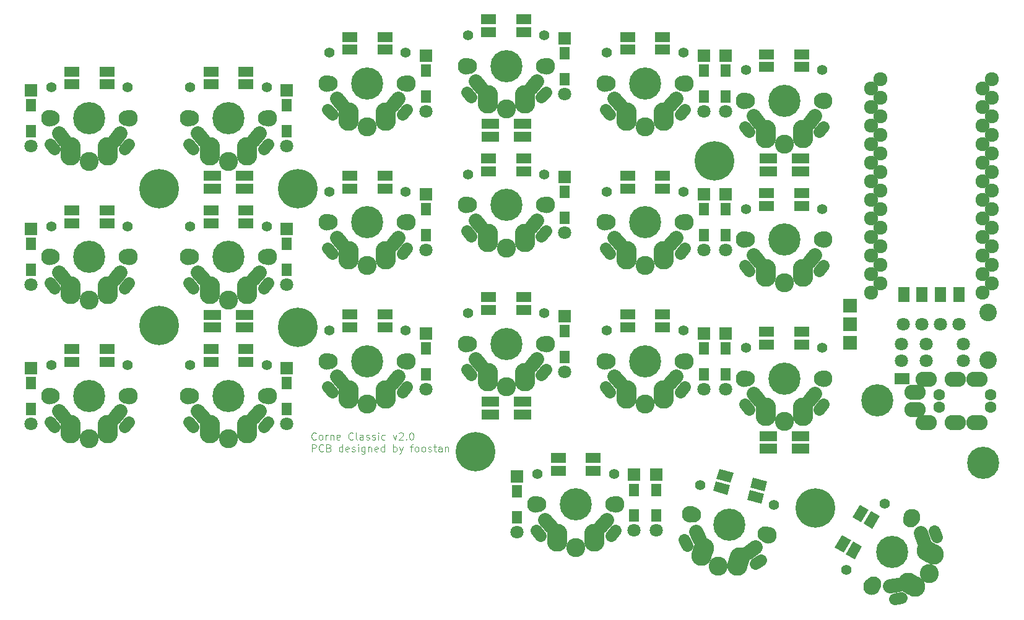
<source format=gbr>
G04 #@! TF.GenerationSoftware,KiCad,Pcbnew,5.1.5+dfsg1-2~bpo10+1*
G04 #@! TF.CreationDate,2020-09-05T13:32:18+00:00*
G04 #@! TF.ProjectId,corne-classic,636f726e-652d-4636-9c61-737369632e6b,1.1*
G04 #@! TF.SameCoordinates,Original*
G04 #@! TF.FileFunction,Soldermask,Top*
G04 #@! TF.FilePolarity,Negative*
%FSLAX46Y46*%
G04 Gerber Fmt 4.6, Leading zero omitted, Abs format (unit mm)*
G04 Created by KiCad (PCBNEW 5.1.5+dfsg1-2~bpo10+1) date 2020-09-05 13:32:18*
%MOMM*%
%LPD*%
G04 APERTURE LIST*
%ADD10C,0.125000*%
%ADD11C,1.797000*%
%ADD12O,2.900000X2.100000*%
%ADD13C,1.600000*%
%ADD14R,1.035000X1.543000*%
%ADD15R,0.781000X0.781000*%
%ADD16R,2.400000X1.400000*%
%ADD17C,1.650000*%
%ADD18C,4.400000*%
%ADD19C,2.300000*%
%ADD20C,2.600000*%
%ADD21C,2.800000*%
%ADD22C,1.950000*%
%ADD23C,2.100000*%
%ADD24C,1.400000*%
%ADD25C,1.924000*%
%ADD26R,2.000000X1.400000*%
%ADD27C,0.100000*%
%ADD28R,1.350000X1.700000*%
%ADD29R,1.797000X1.797000*%
%ADD30R,1.543000X1.035000*%
%ADD31R,1.924000X1.924000*%
%ADD32C,5.400000*%
%ADD33C,2.400000*%
G04 APERTURE END LIST*
D10*
X100990773Y-121044642D02*
X100943154Y-121092261D01*
X100800297Y-121139880D01*
X100705059Y-121139880D01*
X100562202Y-121092261D01*
X100466964Y-120997023D01*
X100419345Y-120901785D01*
X100371726Y-120711309D01*
X100371726Y-120568452D01*
X100419345Y-120377976D01*
X100466964Y-120282738D01*
X100562202Y-120187500D01*
X100705059Y-120139880D01*
X100800297Y-120139880D01*
X100943154Y-120187500D01*
X100990773Y-120235119D01*
X101562202Y-121139880D02*
X101466964Y-121092261D01*
X101419345Y-121044642D01*
X101371726Y-120949404D01*
X101371726Y-120663690D01*
X101419345Y-120568452D01*
X101466964Y-120520833D01*
X101562202Y-120473214D01*
X101705059Y-120473214D01*
X101800297Y-120520833D01*
X101847916Y-120568452D01*
X101895535Y-120663690D01*
X101895535Y-120949404D01*
X101847916Y-121044642D01*
X101800297Y-121092261D01*
X101705059Y-121139880D01*
X101562202Y-121139880D01*
X102324107Y-121139880D02*
X102324107Y-120473214D01*
X102324107Y-120663690D02*
X102371726Y-120568452D01*
X102419345Y-120520833D01*
X102514583Y-120473214D01*
X102609821Y-120473214D01*
X102943154Y-120473214D02*
X102943154Y-121139880D01*
X102943154Y-120568452D02*
X102990773Y-120520833D01*
X103086011Y-120473214D01*
X103228869Y-120473214D01*
X103324107Y-120520833D01*
X103371726Y-120616071D01*
X103371726Y-121139880D01*
X104228869Y-121092261D02*
X104133630Y-121139880D01*
X103943154Y-121139880D01*
X103847916Y-121092261D01*
X103800297Y-120997023D01*
X103800297Y-120616071D01*
X103847916Y-120520833D01*
X103943154Y-120473214D01*
X104133630Y-120473214D01*
X104228869Y-120520833D01*
X104276488Y-120616071D01*
X104276488Y-120711309D01*
X103800297Y-120806547D01*
X106038392Y-121044642D02*
X105990773Y-121092261D01*
X105847916Y-121139880D01*
X105752678Y-121139880D01*
X105609821Y-121092261D01*
X105514583Y-120997023D01*
X105466964Y-120901785D01*
X105419345Y-120711309D01*
X105419345Y-120568452D01*
X105466964Y-120377976D01*
X105514583Y-120282738D01*
X105609821Y-120187500D01*
X105752678Y-120139880D01*
X105847916Y-120139880D01*
X105990773Y-120187500D01*
X106038392Y-120235119D01*
X106609821Y-121139880D02*
X106514583Y-121092261D01*
X106466964Y-120997023D01*
X106466964Y-120139880D01*
X107419345Y-121139880D02*
X107419345Y-120616071D01*
X107371726Y-120520833D01*
X107276488Y-120473214D01*
X107086011Y-120473214D01*
X106990773Y-120520833D01*
X107419345Y-121092261D02*
X107324107Y-121139880D01*
X107086011Y-121139880D01*
X106990773Y-121092261D01*
X106943154Y-120997023D01*
X106943154Y-120901785D01*
X106990773Y-120806547D01*
X107086011Y-120758928D01*
X107324107Y-120758928D01*
X107419345Y-120711309D01*
X107847916Y-121092261D02*
X107943154Y-121139880D01*
X108133630Y-121139880D01*
X108228869Y-121092261D01*
X108276488Y-120997023D01*
X108276488Y-120949404D01*
X108228869Y-120854166D01*
X108133630Y-120806547D01*
X107990773Y-120806547D01*
X107895535Y-120758928D01*
X107847916Y-120663690D01*
X107847916Y-120616071D01*
X107895535Y-120520833D01*
X107990773Y-120473214D01*
X108133630Y-120473214D01*
X108228869Y-120520833D01*
X108657440Y-121092261D02*
X108752678Y-121139880D01*
X108943154Y-121139880D01*
X109038392Y-121092261D01*
X109086011Y-120997023D01*
X109086011Y-120949404D01*
X109038392Y-120854166D01*
X108943154Y-120806547D01*
X108800297Y-120806547D01*
X108705059Y-120758928D01*
X108657440Y-120663690D01*
X108657440Y-120616071D01*
X108705059Y-120520833D01*
X108800297Y-120473214D01*
X108943154Y-120473214D01*
X109038392Y-120520833D01*
X109514583Y-121139880D02*
X109514583Y-120473214D01*
X109514583Y-120139880D02*
X109466964Y-120187500D01*
X109514583Y-120235119D01*
X109562202Y-120187500D01*
X109514583Y-120139880D01*
X109514583Y-120235119D01*
X110419345Y-121092261D02*
X110324107Y-121139880D01*
X110133630Y-121139880D01*
X110038392Y-121092261D01*
X109990773Y-121044642D01*
X109943154Y-120949404D01*
X109943154Y-120663690D01*
X109990773Y-120568452D01*
X110038392Y-120520833D01*
X110133630Y-120473214D01*
X110324107Y-120473214D01*
X110419345Y-120520833D01*
X111514583Y-120473214D02*
X111752678Y-121139880D01*
X111990773Y-120473214D01*
X112324107Y-120235119D02*
X112371726Y-120187500D01*
X112466964Y-120139880D01*
X112705059Y-120139880D01*
X112800297Y-120187500D01*
X112847916Y-120235119D01*
X112895535Y-120330357D01*
X112895535Y-120425595D01*
X112847916Y-120568452D01*
X112276488Y-121139880D01*
X112895535Y-121139880D01*
X113324107Y-121044642D02*
X113371726Y-121092261D01*
X113324107Y-121139880D01*
X113276488Y-121092261D01*
X113324107Y-121044642D01*
X113324107Y-121139880D01*
X113990773Y-120139880D02*
X114086011Y-120139880D01*
X114181250Y-120187500D01*
X114228869Y-120235119D01*
X114276488Y-120330357D01*
X114324107Y-120520833D01*
X114324107Y-120758928D01*
X114276488Y-120949404D01*
X114228869Y-121044642D01*
X114181250Y-121092261D01*
X114086011Y-121139880D01*
X113990773Y-121139880D01*
X113895535Y-121092261D01*
X113847916Y-121044642D01*
X113800297Y-120949404D01*
X113752678Y-120758928D01*
X113752678Y-120520833D01*
X113800297Y-120330357D01*
X113847916Y-120235119D01*
X113895535Y-120187500D01*
X113990773Y-120139880D01*
X100419345Y-122764880D02*
X100419345Y-121764880D01*
X100800297Y-121764880D01*
X100895535Y-121812500D01*
X100943154Y-121860119D01*
X100990773Y-121955357D01*
X100990773Y-122098214D01*
X100943154Y-122193452D01*
X100895535Y-122241071D01*
X100800297Y-122288690D01*
X100419345Y-122288690D01*
X101990773Y-122669642D02*
X101943154Y-122717261D01*
X101800297Y-122764880D01*
X101705059Y-122764880D01*
X101562202Y-122717261D01*
X101466964Y-122622023D01*
X101419345Y-122526785D01*
X101371726Y-122336309D01*
X101371726Y-122193452D01*
X101419345Y-122002976D01*
X101466964Y-121907738D01*
X101562202Y-121812500D01*
X101705059Y-121764880D01*
X101800297Y-121764880D01*
X101943154Y-121812500D01*
X101990773Y-121860119D01*
X102752678Y-122241071D02*
X102895535Y-122288690D01*
X102943154Y-122336309D01*
X102990773Y-122431547D01*
X102990773Y-122574404D01*
X102943154Y-122669642D01*
X102895535Y-122717261D01*
X102800297Y-122764880D01*
X102419345Y-122764880D01*
X102419345Y-121764880D01*
X102752678Y-121764880D01*
X102847916Y-121812500D01*
X102895535Y-121860119D01*
X102943154Y-121955357D01*
X102943154Y-122050595D01*
X102895535Y-122145833D01*
X102847916Y-122193452D01*
X102752678Y-122241071D01*
X102419345Y-122241071D01*
X104609821Y-122764880D02*
X104609821Y-121764880D01*
X104609821Y-122717261D02*
X104514583Y-122764880D01*
X104324107Y-122764880D01*
X104228869Y-122717261D01*
X104181250Y-122669642D01*
X104133630Y-122574404D01*
X104133630Y-122288690D01*
X104181250Y-122193452D01*
X104228869Y-122145833D01*
X104324107Y-122098214D01*
X104514583Y-122098214D01*
X104609821Y-122145833D01*
X105466964Y-122717261D02*
X105371726Y-122764880D01*
X105181250Y-122764880D01*
X105086011Y-122717261D01*
X105038392Y-122622023D01*
X105038392Y-122241071D01*
X105086011Y-122145833D01*
X105181250Y-122098214D01*
X105371726Y-122098214D01*
X105466964Y-122145833D01*
X105514583Y-122241071D01*
X105514583Y-122336309D01*
X105038392Y-122431547D01*
X105895535Y-122717261D02*
X105990773Y-122764880D01*
X106181250Y-122764880D01*
X106276488Y-122717261D01*
X106324107Y-122622023D01*
X106324107Y-122574404D01*
X106276488Y-122479166D01*
X106181250Y-122431547D01*
X106038392Y-122431547D01*
X105943154Y-122383928D01*
X105895535Y-122288690D01*
X105895535Y-122241071D01*
X105943154Y-122145833D01*
X106038392Y-122098214D01*
X106181250Y-122098214D01*
X106276488Y-122145833D01*
X106752678Y-122764880D02*
X106752678Y-122098214D01*
X106752678Y-121764880D02*
X106705059Y-121812500D01*
X106752678Y-121860119D01*
X106800297Y-121812500D01*
X106752678Y-121764880D01*
X106752678Y-121860119D01*
X107657440Y-122098214D02*
X107657440Y-122907738D01*
X107609821Y-123002976D01*
X107562202Y-123050595D01*
X107466964Y-123098214D01*
X107324107Y-123098214D01*
X107228869Y-123050595D01*
X107657440Y-122717261D02*
X107562202Y-122764880D01*
X107371726Y-122764880D01*
X107276488Y-122717261D01*
X107228869Y-122669642D01*
X107181250Y-122574404D01*
X107181250Y-122288690D01*
X107228869Y-122193452D01*
X107276488Y-122145833D01*
X107371726Y-122098214D01*
X107562202Y-122098214D01*
X107657440Y-122145833D01*
X108133630Y-122098214D02*
X108133630Y-122764880D01*
X108133630Y-122193452D02*
X108181250Y-122145833D01*
X108276488Y-122098214D01*
X108419345Y-122098214D01*
X108514583Y-122145833D01*
X108562202Y-122241071D01*
X108562202Y-122764880D01*
X109419345Y-122717261D02*
X109324107Y-122764880D01*
X109133630Y-122764880D01*
X109038392Y-122717261D01*
X108990773Y-122622023D01*
X108990773Y-122241071D01*
X109038392Y-122145833D01*
X109133630Y-122098214D01*
X109324107Y-122098214D01*
X109419345Y-122145833D01*
X109466964Y-122241071D01*
X109466964Y-122336309D01*
X108990773Y-122431547D01*
X110324107Y-122764880D02*
X110324107Y-121764880D01*
X110324107Y-122717261D02*
X110228869Y-122764880D01*
X110038392Y-122764880D01*
X109943154Y-122717261D01*
X109895535Y-122669642D01*
X109847916Y-122574404D01*
X109847916Y-122288690D01*
X109895535Y-122193452D01*
X109943154Y-122145833D01*
X110038392Y-122098214D01*
X110228869Y-122098214D01*
X110324107Y-122145833D01*
X111562202Y-122764880D02*
X111562202Y-121764880D01*
X111562202Y-122145833D02*
X111657440Y-122098214D01*
X111847916Y-122098214D01*
X111943154Y-122145833D01*
X111990773Y-122193452D01*
X112038392Y-122288690D01*
X112038392Y-122574404D01*
X111990773Y-122669642D01*
X111943154Y-122717261D01*
X111847916Y-122764880D01*
X111657440Y-122764880D01*
X111562202Y-122717261D01*
X112371726Y-122098214D02*
X112609821Y-122764880D01*
X112847916Y-122098214D02*
X112609821Y-122764880D01*
X112514583Y-123002976D01*
X112466964Y-123050595D01*
X112371726Y-123098214D01*
X113847916Y-122098214D02*
X114228869Y-122098214D01*
X113990773Y-122764880D02*
X113990773Y-121907738D01*
X114038392Y-121812500D01*
X114133630Y-121764880D01*
X114228869Y-121764880D01*
X114705059Y-122764880D02*
X114609821Y-122717261D01*
X114562202Y-122669642D01*
X114514583Y-122574404D01*
X114514583Y-122288690D01*
X114562202Y-122193452D01*
X114609821Y-122145833D01*
X114705059Y-122098214D01*
X114847916Y-122098214D01*
X114943154Y-122145833D01*
X114990773Y-122193452D01*
X115038392Y-122288690D01*
X115038392Y-122574404D01*
X114990773Y-122669642D01*
X114943154Y-122717261D01*
X114847916Y-122764880D01*
X114705059Y-122764880D01*
X115609821Y-122764880D02*
X115514583Y-122717261D01*
X115466964Y-122669642D01*
X115419345Y-122574404D01*
X115419345Y-122288690D01*
X115466964Y-122193452D01*
X115514583Y-122145833D01*
X115609821Y-122098214D01*
X115752678Y-122098214D01*
X115847916Y-122145833D01*
X115895535Y-122193452D01*
X115943154Y-122288690D01*
X115943154Y-122574404D01*
X115895535Y-122669642D01*
X115847916Y-122717261D01*
X115752678Y-122764880D01*
X115609821Y-122764880D01*
X116324107Y-122717261D02*
X116419345Y-122764880D01*
X116609821Y-122764880D01*
X116705059Y-122717261D01*
X116752678Y-122622023D01*
X116752678Y-122574404D01*
X116705059Y-122479166D01*
X116609821Y-122431547D01*
X116466964Y-122431547D01*
X116371726Y-122383928D01*
X116324107Y-122288690D01*
X116324107Y-122241071D01*
X116371726Y-122145833D01*
X116466964Y-122098214D01*
X116609821Y-122098214D01*
X116705059Y-122145833D01*
X117038392Y-122098214D02*
X117419345Y-122098214D01*
X117181250Y-121764880D02*
X117181250Y-122622023D01*
X117228869Y-122717261D01*
X117324107Y-122764880D01*
X117419345Y-122764880D01*
X118181250Y-122764880D02*
X118181250Y-122241071D01*
X118133630Y-122145833D01*
X118038392Y-122098214D01*
X117847916Y-122098214D01*
X117752678Y-122145833D01*
X118181250Y-122717261D02*
X118086011Y-122764880D01*
X117847916Y-122764880D01*
X117752678Y-122717261D01*
X117705059Y-122622023D01*
X117705059Y-122526785D01*
X117752678Y-122431547D01*
X117847916Y-122383928D01*
X118086011Y-122383928D01*
X118181250Y-122336309D01*
X118657440Y-122098214D02*
X118657440Y-122764880D01*
X118657440Y-122193452D02*
X118705059Y-122145833D01*
X118800297Y-122098214D01*
X118943154Y-122098214D01*
X119038392Y-122145833D01*
X119086011Y-122241071D01*
X119086011Y-122764880D01*
D11*
X188920000Y-105300000D03*
X186380000Y-105300000D03*
X183840000Y-105300000D03*
X181300000Y-105300000D03*
D12*
X182900000Y-114600000D03*
X184400000Y-118800000D03*
X188400000Y-118800000D03*
X191400000Y-118800000D03*
D13*
X186200000Y-116700000D03*
X193200000Y-116700000D03*
D12*
X188400000Y-112850000D03*
X191400000Y-112850000D03*
X182900000Y-117050000D03*
X184400000Y-112850000D03*
D13*
X193200000Y-114950000D03*
X186200000Y-114950000D03*
D14*
X180599620Y-112800000D03*
X181600380Y-112800000D03*
D15*
X181100000Y-112800000D03*
D16*
X162800000Y-122375000D03*
X162800000Y-120625000D03*
X167200000Y-122375000D03*
X167200000Y-120625000D03*
X167200000Y-82625000D03*
X167200000Y-84375000D03*
X162800000Y-82625000D03*
X162800000Y-84375000D03*
X129200000Y-77925000D03*
X129200000Y-79675000D03*
X124800000Y-77925000D03*
X124800000Y-79675000D03*
X91200000Y-85025000D03*
X91200000Y-86775000D03*
X86800000Y-85025000D03*
X86800000Y-86775000D03*
X86800000Y-105775000D03*
X86800000Y-104025000D03*
X91200000Y-105775000D03*
X91200000Y-104025000D03*
X124800000Y-117675000D03*
X124800000Y-115925000D03*
X129200000Y-117675000D03*
X129200000Y-115925000D03*
D17*
X181045283Y-142784247D02*
X180109715Y-142949213D01*
D18*
X179750000Y-136500000D03*
D19*
X182500000Y-131736860D03*
X177000000Y-141263140D03*
D17*
X185515039Y-133586916D02*
X185839959Y-134479624D01*
D20*
X184859550Y-139450000D03*
D21*
X182879409Y-141239705D03*
D22*
X183640942Y-133883135D02*
X184068468Y-135057751D01*
D21*
X185419409Y-136840295D03*
D22*
X180660210Y-140961027D02*
X179429200Y-141178087D01*
D21*
X182377114Y-140949705D03*
X181944102Y-140699705D03*
X184484102Y-136300295D03*
X184917113Y-136550295D03*
D23*
X177210000Y-140899409D03*
X182290000Y-132100591D03*
D24*
X173502693Y-138920653D03*
X178722693Y-129879347D03*
D25*
X192100000Y-73042000D03*
X192100000Y-75582000D03*
X192100000Y-78122000D03*
X192100000Y-80662000D03*
X192100000Y-83202000D03*
X192100000Y-85742000D03*
X192100000Y-88282000D03*
X192100000Y-90822000D03*
X192100000Y-93362000D03*
X192100000Y-95902000D03*
X192100000Y-98442000D03*
X192100000Y-100982000D03*
X176860000Y-100982000D03*
X176860000Y-98442000D03*
X176860000Y-95902000D03*
X176860000Y-93362000D03*
X176860000Y-90822000D03*
X176860000Y-88282000D03*
X176860000Y-85742000D03*
X176860000Y-83202000D03*
X176860000Y-80662000D03*
X176860000Y-78122000D03*
X176860000Y-75582000D03*
X176860000Y-73042000D03*
X193406400Y-71772000D03*
X193406400Y-74312000D03*
X193406400Y-76852000D03*
X193406400Y-79392000D03*
X193406400Y-81932000D03*
X193406400Y-84472000D03*
X193406400Y-87012000D03*
X193406400Y-89552000D03*
X193406400Y-92092000D03*
X193406400Y-94632000D03*
X193406400Y-97172000D03*
X193406400Y-99712000D03*
X178186400Y-99712000D03*
X178186400Y-97172000D03*
X178186400Y-94632000D03*
X178186400Y-92092000D03*
X178186400Y-89552000D03*
X178186400Y-87012000D03*
X178186400Y-84472000D03*
X178186400Y-81932000D03*
X178186400Y-79392000D03*
X178186400Y-76852000D03*
X178186400Y-74312000D03*
X178186400Y-71772000D03*
D26*
X67600000Y-70750000D03*
X67600000Y-72500000D03*
X72400000Y-70750000D03*
X72400000Y-72500000D03*
X86600000Y-70750000D03*
X86600000Y-72500000D03*
X91400000Y-70750000D03*
X91400000Y-72500000D03*
X105600000Y-66000000D03*
X105600000Y-67750000D03*
X110400000Y-66000000D03*
X110400000Y-67750000D03*
X124600000Y-63625000D03*
X124600000Y-65375000D03*
X129400000Y-63625000D03*
X129400000Y-65375000D03*
X143600000Y-66000000D03*
X143600000Y-67750000D03*
X148400000Y-66000000D03*
X148400000Y-67750000D03*
X162600000Y-68375000D03*
X162600000Y-70125000D03*
X167400000Y-68375000D03*
X167400000Y-70125000D03*
X67600000Y-89750000D03*
X67600000Y-91500000D03*
X72400000Y-89750000D03*
X72400000Y-91500000D03*
X86600000Y-89750000D03*
X86600000Y-91500000D03*
X91400000Y-89750000D03*
X91400000Y-91500000D03*
X105600000Y-85000000D03*
X105600000Y-86750000D03*
X110400000Y-85000000D03*
X110400000Y-86750000D03*
X124600000Y-82625000D03*
X124600000Y-84375000D03*
X129400000Y-82625000D03*
X129400000Y-84375000D03*
X143600000Y-85000000D03*
X143600000Y-86750000D03*
X148400000Y-85000000D03*
X148400000Y-86750000D03*
X162600000Y-87375000D03*
X162600000Y-89125000D03*
X167400000Y-87375000D03*
X167400000Y-89125000D03*
X67600000Y-108750000D03*
X67600000Y-110500000D03*
X72400000Y-108750000D03*
X72400000Y-110500000D03*
X86600000Y-108750000D03*
X86600000Y-110500000D03*
X91400000Y-108750000D03*
X91400000Y-110500000D03*
X105600000Y-104000000D03*
X105600000Y-105750000D03*
X110400000Y-104000000D03*
X110400000Y-105750000D03*
X124600000Y-101625000D03*
X124600000Y-103375000D03*
X129400000Y-101625000D03*
X129400000Y-103375000D03*
X143600000Y-104000000D03*
X143600000Y-105750000D03*
X148400000Y-104000000D03*
X148400000Y-105750000D03*
X162600000Y-106375000D03*
X162600000Y-108125000D03*
X167400000Y-106375000D03*
X167400000Y-108125000D03*
X134100000Y-123625000D03*
X134100000Y-125375000D03*
X138900000Y-123625000D03*
X138900000Y-125375000D03*
D27*
G36*
X155761146Y-126450978D02*
G01*
X156123493Y-125098682D01*
X158055344Y-125616320D01*
X157692997Y-126968616D01*
X155761146Y-126450978D01*
G37*
G36*
X155308212Y-128141348D02*
G01*
X155670559Y-126789052D01*
X157602410Y-127306690D01*
X157240063Y-128658986D01*
X155308212Y-128141348D01*
G37*
G36*
X160397590Y-127693310D02*
G01*
X160759937Y-126341014D01*
X162691788Y-126858652D01*
X162329441Y-128210948D01*
X160397590Y-127693310D01*
G37*
G36*
X159944656Y-129383680D02*
G01*
X160307003Y-128031384D01*
X162238854Y-128549022D01*
X161876507Y-129901318D01*
X159944656Y-129383680D01*
G37*
G36*
X176851554Y-130893014D02*
G01*
X178063990Y-131593014D01*
X177063990Y-133325064D01*
X175851554Y-132625064D01*
X176851554Y-130893014D01*
G37*
G36*
X175336010Y-130018014D02*
G01*
X176548446Y-130718014D01*
X175548446Y-132450064D01*
X174336010Y-131750064D01*
X175336010Y-130018014D01*
G37*
G36*
X174451554Y-135049936D02*
G01*
X175663990Y-135749936D01*
X174663990Y-137481986D01*
X173451554Y-136781986D01*
X174451554Y-135049936D01*
G37*
G36*
X172936010Y-134174936D02*
G01*
X174148446Y-134874936D01*
X173148446Y-136606986D01*
X171936010Y-135906986D01*
X172936010Y-134174936D01*
G37*
D28*
X62000000Y-78900000D03*
D11*
X62000000Y-80935000D03*
D29*
X62000000Y-73315000D03*
D28*
X62000000Y-75350000D03*
X97000000Y-78900000D03*
D11*
X97000000Y-80935000D03*
D29*
X97000000Y-73315000D03*
D28*
X97000000Y-75350000D03*
X116000000Y-74150000D03*
D11*
X116000000Y-76185000D03*
D29*
X116000000Y-68565000D03*
D28*
X116000000Y-70600000D03*
X135000000Y-71775000D03*
D11*
X135000000Y-73810000D03*
D29*
X135000000Y-66190000D03*
D28*
X135000000Y-68225000D03*
X154000000Y-74150000D03*
D11*
X154000000Y-76185000D03*
D29*
X154000000Y-68565000D03*
D28*
X154000000Y-70600000D03*
X157000000Y-74150000D03*
D11*
X157000000Y-76185000D03*
D29*
X157000000Y-68565000D03*
D28*
X157000000Y-70600000D03*
X62000000Y-97900000D03*
D11*
X62000000Y-99935000D03*
D29*
X62000000Y-92315000D03*
D28*
X62000000Y-94350000D03*
X97000000Y-97900000D03*
D11*
X97000000Y-99935000D03*
D29*
X97000000Y-92315000D03*
D28*
X97000000Y-94350000D03*
X116000000Y-93150000D03*
D11*
X116000000Y-95185000D03*
D29*
X116000000Y-87565000D03*
D28*
X116000000Y-89600000D03*
X135000000Y-90775000D03*
D11*
X135000000Y-92810000D03*
D29*
X135000000Y-85190000D03*
D28*
X135000000Y-87225000D03*
X154000000Y-93150000D03*
D11*
X154000000Y-95185000D03*
D29*
X154000000Y-87565000D03*
D28*
X154000000Y-89600000D03*
X157000000Y-93150000D03*
D11*
X157000000Y-95185000D03*
D29*
X157000000Y-87565000D03*
D28*
X157000000Y-89600000D03*
X62000000Y-116900000D03*
D11*
X62000000Y-118935000D03*
D29*
X62000000Y-111315000D03*
D28*
X62000000Y-113350000D03*
X97000000Y-116900000D03*
D11*
X97000000Y-118935000D03*
D29*
X97000000Y-111315000D03*
D28*
X97000000Y-113350000D03*
X116000000Y-112150000D03*
D11*
X116000000Y-114185000D03*
D29*
X116000000Y-106565000D03*
D28*
X116000000Y-108600000D03*
X135000000Y-109775000D03*
D11*
X135000000Y-111810000D03*
D29*
X135000000Y-104190000D03*
D28*
X135000000Y-106225000D03*
X157000000Y-112150000D03*
D11*
X157000000Y-114185000D03*
D29*
X157000000Y-106565000D03*
D28*
X157000000Y-108600000D03*
X128500000Y-131775000D03*
D11*
X128500000Y-133810000D03*
D29*
X128500000Y-126190000D03*
D28*
X128500000Y-128225000D03*
X144500000Y-131525000D03*
D11*
X144500000Y-133560000D03*
D29*
X144500000Y-125940000D03*
D28*
X144500000Y-127975000D03*
X147500000Y-131525000D03*
D11*
X147500000Y-133560000D03*
D29*
X147500000Y-125940000D03*
D28*
X147500000Y-127975000D03*
X154000000Y-112150000D03*
D11*
X154000000Y-114185000D03*
D29*
X154000000Y-106565000D03*
D28*
X154000000Y-108600000D03*
D24*
X75220000Y-72925000D03*
X64780000Y-72925000D03*
D23*
X75080000Y-77125000D03*
X64920000Y-77125000D03*
D21*
X72540000Y-81625000D03*
X72540000Y-81125000D03*
X67460000Y-81125000D03*
X67460000Y-81625000D03*
D22*
X66591742Y-80143778D02*
X65788258Y-79186222D01*
D21*
X72540000Y-82205000D03*
D22*
X74211742Y-79186222D02*
X73408258Y-80143778D01*
D21*
X67460000Y-82205000D03*
D20*
X70000000Y-83025000D03*
D17*
X75405324Y-80661129D02*
X74794676Y-81388871D01*
D19*
X64500000Y-77125000D03*
X75500000Y-77125000D03*
D18*
X70000000Y-77125000D03*
D17*
X65205324Y-81388871D02*
X64594676Y-80661129D01*
D24*
X94220000Y-72925000D03*
X83780000Y-72925000D03*
D23*
X94080000Y-77125000D03*
X83920000Y-77125000D03*
D21*
X91540000Y-81625000D03*
X91540000Y-81125000D03*
X86460000Y-81125000D03*
X86460000Y-81625000D03*
D22*
X85591742Y-80143778D02*
X84788258Y-79186222D01*
D21*
X91540000Y-82205000D03*
D22*
X93211742Y-79186222D02*
X92408258Y-80143778D01*
D21*
X86460000Y-82205000D03*
D20*
X89000000Y-83025000D03*
D17*
X94405324Y-80661129D02*
X93794676Y-81388871D01*
D19*
X83500000Y-77125000D03*
X94500000Y-77125000D03*
D18*
X89000000Y-77125000D03*
D17*
X84205324Y-81388871D02*
X83594676Y-80661129D01*
D24*
X113220000Y-68175000D03*
X102780000Y-68175000D03*
D23*
X113080000Y-72375000D03*
X102920000Y-72375000D03*
D21*
X110540000Y-76875000D03*
X110540000Y-76375000D03*
X105460000Y-76375000D03*
X105460000Y-76875000D03*
D22*
X104591742Y-75393778D02*
X103788258Y-74436222D01*
D21*
X110540000Y-77455000D03*
D22*
X112211742Y-74436222D02*
X111408258Y-75393778D01*
D21*
X105460000Y-77455000D03*
D20*
X108000000Y-78275000D03*
D17*
X113405324Y-75911129D02*
X112794676Y-76638871D01*
D19*
X102500000Y-72375000D03*
X113500000Y-72375000D03*
D18*
X108000000Y-72375000D03*
D17*
X103205324Y-76638871D02*
X102594676Y-75911129D01*
D24*
X132220000Y-65800000D03*
X121780000Y-65800000D03*
D23*
X132080000Y-70000000D03*
X121920000Y-70000000D03*
D21*
X129540000Y-74500000D03*
X129540000Y-74000000D03*
X124460000Y-74000000D03*
X124460000Y-74500000D03*
D22*
X123591742Y-73018778D02*
X122788258Y-72061222D01*
D21*
X129540000Y-75080000D03*
D22*
X131211742Y-72061222D02*
X130408258Y-73018778D01*
D21*
X124460000Y-75080000D03*
D20*
X127000000Y-75900000D03*
D17*
X132405324Y-73536129D02*
X131794676Y-74263871D01*
D19*
X121500000Y-70000000D03*
X132500000Y-70000000D03*
D18*
X127000000Y-70000000D03*
D17*
X122205324Y-74263871D02*
X121594676Y-73536129D01*
D24*
X151220000Y-68175000D03*
X140780000Y-68175000D03*
D23*
X151080000Y-72375000D03*
X140920000Y-72375000D03*
D21*
X148540000Y-76875000D03*
X148540000Y-76375000D03*
X143460000Y-76375000D03*
X143460000Y-76875000D03*
D22*
X142591742Y-75393778D02*
X141788258Y-74436222D01*
D21*
X148540000Y-77455000D03*
D22*
X150211742Y-74436222D02*
X149408258Y-75393778D01*
D21*
X143460000Y-77455000D03*
D20*
X146000000Y-78275000D03*
D17*
X151405324Y-75911129D02*
X150794676Y-76638871D01*
D19*
X140500000Y-72375000D03*
X151500000Y-72375000D03*
D18*
X146000000Y-72375000D03*
D17*
X141205324Y-76638871D02*
X140594676Y-75911129D01*
D24*
X170220000Y-70550000D03*
X159780000Y-70550000D03*
D23*
X170080000Y-74750000D03*
X159920000Y-74750000D03*
D21*
X167540000Y-79250000D03*
X167540000Y-78750000D03*
X162460000Y-78750000D03*
X162460000Y-79250000D03*
D22*
X161591742Y-77768778D02*
X160788258Y-76811222D01*
D21*
X167540000Y-79830000D03*
D22*
X169211742Y-76811222D02*
X168408258Y-77768778D01*
D21*
X162460000Y-79830000D03*
D20*
X165000000Y-80650000D03*
D17*
X170405324Y-78286129D02*
X169794676Y-79013871D01*
D19*
X159500000Y-74750000D03*
X170500000Y-74750000D03*
D18*
X165000000Y-74750000D03*
D17*
X160205324Y-79013871D02*
X159594676Y-78286129D01*
D24*
X75220000Y-91925000D03*
X64780000Y-91925000D03*
D23*
X75080000Y-96125000D03*
X64920000Y-96125000D03*
D21*
X72540000Y-100625000D03*
X72540000Y-100125000D03*
X67460000Y-100125000D03*
X67460000Y-100625000D03*
D22*
X66591742Y-99143778D02*
X65788258Y-98186222D01*
D21*
X72540000Y-101205000D03*
D22*
X74211742Y-98186222D02*
X73408258Y-99143778D01*
D21*
X67460000Y-101205000D03*
D20*
X70000000Y-102025000D03*
D17*
X75405324Y-99661129D02*
X74794676Y-100388871D01*
D19*
X64500000Y-96125000D03*
X75500000Y-96125000D03*
D18*
X70000000Y-96125000D03*
D17*
X65205324Y-100388871D02*
X64594676Y-99661129D01*
D24*
X94220000Y-91925000D03*
X83780000Y-91925000D03*
D23*
X94080000Y-96125000D03*
X83920000Y-96125000D03*
D21*
X91540000Y-100625000D03*
X91540000Y-100125000D03*
X86460000Y-100125000D03*
X86460000Y-100625000D03*
D22*
X85591742Y-99143778D02*
X84788258Y-98186222D01*
D21*
X91540000Y-101205000D03*
D22*
X93211742Y-98186222D02*
X92408258Y-99143778D01*
D21*
X86460000Y-101205000D03*
D20*
X89000000Y-102025000D03*
D17*
X94405324Y-99661129D02*
X93794676Y-100388871D01*
D19*
X83500000Y-96125000D03*
X94500000Y-96125000D03*
D18*
X89000000Y-96125000D03*
D17*
X84205324Y-100388871D02*
X83594676Y-99661129D01*
D24*
X113220000Y-87175000D03*
X102780000Y-87175000D03*
D23*
X113080000Y-91375000D03*
X102920000Y-91375000D03*
D21*
X110540000Y-95875000D03*
X110540000Y-95375000D03*
X105460000Y-95375000D03*
X105460000Y-95875000D03*
D22*
X104591742Y-94393778D02*
X103788258Y-93436222D01*
D21*
X110540000Y-96455000D03*
D22*
X112211742Y-93436222D02*
X111408258Y-94393778D01*
D21*
X105460000Y-96455000D03*
D20*
X108000000Y-97275000D03*
D17*
X113405324Y-94911129D02*
X112794676Y-95638871D01*
D19*
X102500000Y-91375000D03*
X113500000Y-91375000D03*
D18*
X108000000Y-91375000D03*
D17*
X103205324Y-95638871D02*
X102594676Y-94911129D01*
D24*
X132220000Y-84800000D03*
X121780000Y-84800000D03*
D23*
X132080000Y-89000000D03*
X121920000Y-89000000D03*
D21*
X129540000Y-93500000D03*
X129540000Y-93000000D03*
X124460000Y-93000000D03*
X124460000Y-93500000D03*
D22*
X123591742Y-92018778D02*
X122788258Y-91061222D01*
D21*
X129540000Y-94080000D03*
D22*
X131211742Y-91061222D02*
X130408258Y-92018778D01*
D21*
X124460000Y-94080000D03*
D20*
X127000000Y-94900000D03*
D17*
X132405324Y-92536129D02*
X131794676Y-93263871D01*
D19*
X121500000Y-89000000D03*
X132500000Y-89000000D03*
D18*
X127000000Y-89000000D03*
D17*
X122205324Y-93263871D02*
X121594676Y-92536129D01*
D24*
X151220000Y-87175000D03*
X140780000Y-87175000D03*
D23*
X151080000Y-91375000D03*
X140920000Y-91375000D03*
D21*
X148540000Y-95875000D03*
X148540000Y-95375000D03*
X143460000Y-95375000D03*
X143460000Y-95875000D03*
D22*
X142591742Y-94393778D02*
X141788258Y-93436222D01*
D21*
X148540000Y-96455000D03*
D22*
X150211742Y-93436222D02*
X149408258Y-94393778D01*
D21*
X143460000Y-96455000D03*
D20*
X146000000Y-97275000D03*
D17*
X151405324Y-94911129D02*
X150794676Y-95638871D01*
D19*
X140500000Y-91375000D03*
X151500000Y-91375000D03*
D18*
X146000000Y-91375000D03*
D17*
X141205324Y-95638871D02*
X140594676Y-94911129D01*
D24*
X170220000Y-89550000D03*
X159780000Y-89550000D03*
D23*
X170080000Y-93750000D03*
X159920000Y-93750000D03*
D21*
X167540000Y-98250000D03*
X167540000Y-97750000D03*
X162460000Y-97750000D03*
X162460000Y-98250000D03*
D22*
X161591742Y-96768778D02*
X160788258Y-95811222D01*
D21*
X167540000Y-98830000D03*
D22*
X169211742Y-95811222D02*
X168408258Y-96768778D01*
D21*
X162460000Y-98830000D03*
D20*
X165000000Y-99650000D03*
D17*
X170405324Y-97286129D02*
X169794676Y-98013871D01*
D19*
X159500000Y-93750000D03*
X170500000Y-93750000D03*
D18*
X165000000Y-93750000D03*
D17*
X160205324Y-98013871D02*
X159594676Y-97286129D01*
D24*
X75220000Y-110925000D03*
X64780000Y-110925000D03*
D23*
X75080000Y-115125000D03*
X64920000Y-115125000D03*
D21*
X72540000Y-119625000D03*
X72540000Y-119125000D03*
X67460000Y-119125000D03*
X67460000Y-119625000D03*
D22*
X66591742Y-118143778D02*
X65788258Y-117186222D01*
D21*
X72540000Y-120205000D03*
D22*
X74211742Y-117186222D02*
X73408258Y-118143778D01*
D21*
X67460000Y-120205000D03*
D20*
X70000000Y-121025000D03*
D17*
X75405324Y-118661129D02*
X74794676Y-119388871D01*
D19*
X64500000Y-115125000D03*
X75500000Y-115125000D03*
D18*
X70000000Y-115125000D03*
D17*
X65205324Y-119388871D02*
X64594676Y-118661129D01*
D24*
X94220000Y-110925000D03*
X83780000Y-110925000D03*
D23*
X94080000Y-115125000D03*
X83920000Y-115125000D03*
D21*
X91540000Y-119625000D03*
X91540000Y-119125000D03*
X86460000Y-119125000D03*
X86460000Y-119625000D03*
D22*
X85591742Y-118143778D02*
X84788258Y-117186222D01*
D21*
X91540000Y-120205000D03*
D22*
X93211742Y-117186222D02*
X92408258Y-118143778D01*
D21*
X86460000Y-120205000D03*
D20*
X89000000Y-121025000D03*
D17*
X94405324Y-118661129D02*
X93794676Y-119388871D01*
D19*
X83500000Y-115125000D03*
X94500000Y-115125000D03*
D18*
X89000000Y-115125000D03*
D17*
X84205324Y-119388871D02*
X83594676Y-118661129D01*
D24*
X113220000Y-106175000D03*
X102780000Y-106175000D03*
D23*
X113080000Y-110375000D03*
X102920000Y-110375000D03*
D21*
X110540000Y-114875000D03*
X110540000Y-114375000D03*
X105460000Y-114375000D03*
X105460000Y-114875000D03*
D22*
X104591742Y-113393778D02*
X103788258Y-112436222D01*
D21*
X110540000Y-115455000D03*
D22*
X112211742Y-112436222D02*
X111408258Y-113393778D01*
D21*
X105460000Y-115455000D03*
D20*
X108000000Y-116275000D03*
D17*
X113405324Y-113911129D02*
X112794676Y-114638871D01*
D19*
X102500000Y-110375000D03*
X113500000Y-110375000D03*
D18*
X108000000Y-110375000D03*
D17*
X103205324Y-114638871D02*
X102594676Y-113911129D01*
D24*
X151220000Y-106175000D03*
X140780000Y-106175000D03*
D23*
X151080000Y-110375000D03*
X140920000Y-110375000D03*
D21*
X148540000Y-114875000D03*
X148540000Y-114375000D03*
X143460000Y-114375000D03*
X143460000Y-114875000D03*
D22*
X142591742Y-113393778D02*
X141788258Y-112436222D01*
D21*
X148540000Y-115455000D03*
D22*
X150211742Y-112436222D02*
X149408258Y-113393778D01*
D21*
X143460000Y-115455000D03*
D20*
X146000000Y-116275000D03*
D17*
X151405324Y-113911129D02*
X150794676Y-114638871D01*
D19*
X140500000Y-110375000D03*
X151500000Y-110375000D03*
D18*
X146000000Y-110375000D03*
D17*
X141205324Y-114638871D02*
X140594676Y-113911129D01*
D24*
X170220000Y-108550000D03*
X159780000Y-108550000D03*
D23*
X170080000Y-112750000D03*
X159920000Y-112750000D03*
D21*
X167540000Y-117250000D03*
X167540000Y-116750000D03*
X162460000Y-116750000D03*
X162460000Y-117250000D03*
D22*
X161591742Y-115768778D02*
X160788258Y-114811222D01*
D21*
X167540000Y-117830000D03*
D22*
X169211742Y-114811222D02*
X168408258Y-115768778D01*
D21*
X162460000Y-117830000D03*
D20*
X165000000Y-118650000D03*
D17*
X170405324Y-116286129D02*
X169794676Y-117013871D01*
D19*
X159500000Y-112750000D03*
X170500000Y-112750000D03*
D18*
X165000000Y-112750000D03*
D17*
X160205324Y-117013871D02*
X159594676Y-116286129D01*
D24*
X141720000Y-125800000D03*
X131280000Y-125800000D03*
D23*
X141580000Y-130000000D03*
X131420000Y-130000000D03*
D21*
X139040000Y-134500000D03*
X139040000Y-134000000D03*
X133960000Y-134000000D03*
X133960000Y-134500000D03*
D22*
X133091742Y-133018778D02*
X132288258Y-132061222D01*
D21*
X139040000Y-135080000D03*
D22*
X140711742Y-132061222D02*
X139908258Y-133018778D01*
D21*
X133960000Y-135080000D03*
D20*
X136500000Y-135900000D03*
D17*
X141905324Y-133536129D02*
X141294676Y-134263871D01*
D19*
X131000000Y-130000000D03*
X142000000Y-130000000D03*
D18*
X136500000Y-130000000D03*
D17*
X131705324Y-134263871D02*
X131094676Y-133536129D01*
D24*
X163629173Y-130044147D03*
X153544907Y-127342076D03*
D23*
X162406903Y-134064801D03*
X152593097Y-131435199D03*
D21*
X158788766Y-137754067D03*
X158918175Y-137271104D03*
X154011272Y-135956303D03*
X153881863Y-136439266D03*
D22*
X153426558Y-134783793D02*
X152898286Y-133650909D01*
D21*
X158638651Y-138314304D03*
D22*
X161034747Y-135831067D02*
X160010807Y-136548037D01*
D21*
X153731748Y-136999503D03*
D20*
X155972968Y-138448962D03*
D17*
X161805924Y-137564639D02*
X161027730Y-138109537D01*
D19*
X152187408Y-131326495D03*
X162812592Y-134173505D03*
D18*
X157500000Y-132750000D03*
D17*
X151765128Y-135627630D02*
X151363640Y-134766638D01*
D24*
X132220000Y-103800000D03*
X121780000Y-103800000D03*
D23*
X132080000Y-108000000D03*
X121920000Y-108000000D03*
D21*
X129540000Y-112500000D03*
X129540000Y-112000000D03*
X124460000Y-112000000D03*
X124460000Y-112500000D03*
D22*
X123591742Y-111018778D02*
X122788258Y-110061222D01*
D21*
X129540000Y-113080000D03*
D22*
X131211742Y-110061222D02*
X130408258Y-111018778D01*
D21*
X124460000Y-113080000D03*
D20*
X127000000Y-113900000D03*
D17*
X132405324Y-111536129D02*
X131794676Y-112263871D01*
D19*
X121500000Y-108000000D03*
X132500000Y-108000000D03*
D18*
X127000000Y-108000000D03*
D17*
X122205324Y-112263871D02*
X121594676Y-111536129D01*
D11*
X189540000Y-108000000D03*
X184460000Y-108000000D03*
X189540000Y-110300000D03*
X184460000Y-110300000D03*
D30*
X188875000Y-100749620D03*
X188875000Y-101750380D03*
X186375000Y-100749620D03*
X186375000Y-101750380D03*
X183875000Y-100749620D03*
X183875000Y-101750380D03*
X181375000Y-100749620D03*
X181375000Y-101750380D03*
D31*
X174000000Y-102820000D03*
X174000000Y-105360000D03*
X174000000Y-107900000D03*
D32*
X79500000Y-105500000D03*
D18*
X177750000Y-115750000D03*
X192250000Y-124250000D03*
D32*
X79500000Y-86750000D03*
X98500000Y-86750000D03*
X98500000Y-105750000D03*
X155500000Y-83000000D03*
X122750000Y-122750000D03*
X169250000Y-130500000D03*
D11*
X181000000Y-108000000D03*
X181000000Y-110300000D03*
D33*
X192900000Y-103750000D03*
X192900000Y-110250000D03*
M02*

</source>
